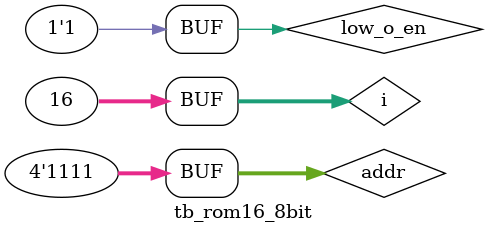
<source format=v>
module tb_rom16_8bit();
	reg [7:0] data_in;
	reg [3:0] addr;
	reg low_o_en;
	wire [7:0] data_out;

	rom16_8bit uut(
		addr,
		data_in,
		low_o_en,
		data_out
	);

	integer i;
	initial
	begin
		low_o_en = 1;
		for(i = 0; i < 16; i = i+1)
		begin
			addr = i;
			$monitor("data_out=%x | addr=%d", data_out, addr);
			#10;
		end
	end
endmodule

</source>
